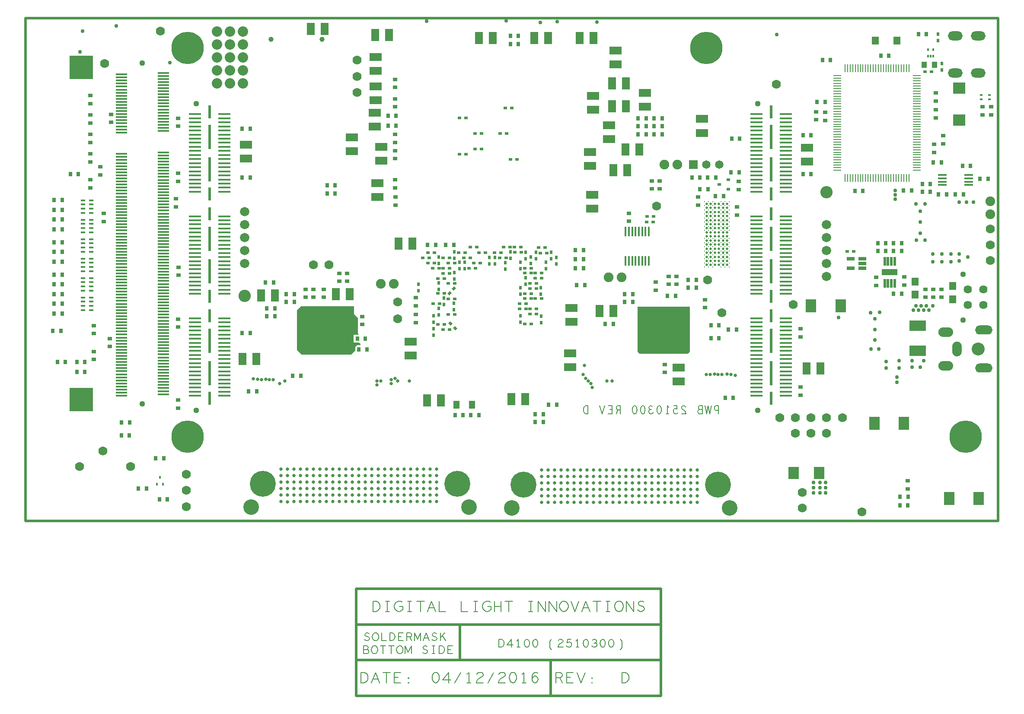
<source format=gbr>
G04 ================== begin FILE IDENTIFICATION RECORD ==================*
G04 Layout Name:  2510300_REV-D.brd*
G04 Film Name:    Mask_bot.gbr*
G04 File Format:  Gerber RS274X*
G04 File Origin:  Cadence Allegro 16.6-2015-S051*
G04 Origin Date:  Tue Apr 12 06:53:55 2016*
G04 *
G04 Layer:  VIA CLASS/SOLDERMASK_BOTTOM*
G04 Layer:  PIN/SOLDERMASK_BOTTOM*
G04 Layer:  PACKAGE GEOMETRY/SOLDERMASK_BOTTOM*
G04 Layer:  DRAWING FORMAT/TITLE_BLOCK*
G04 Layer:  BOARD GEOMETRY/SOLDERMASK_BOTTOM*
G04 *
G04 Offset:    (0.00 0.00)*
G04 Mirror:    No*
G04 Mode:      Positive*
G04 Rotation:  0*
G04 FullContactRelief:  No*
G04 UndefLineWidth:     0.00*
G04 ================== end FILE IDENTIFICATION RECORD ====================*
%FSLAX25Y25*MOIN*%
%IR0*IPPOS*OFA0.00000B0.00000*MIA0B0*SFA1.00000B1.00000*%
%ADD50R,.12X.05*%
%AMMACRO36*
21,1,.025,.02,0.0,0.0,135.*%
%ADD36MACRO36*%
%ADD59O,.114X.071*%
%ADD60O,.134X.07*%
%ADD57O,.074X.114*%
%ADD54O,.114X.074*%
%ADD45R,.083X.102*%
%ADD40C,.01*%
%ADD20R,.019X.104*%
%ADD15C,.03*%
%ADD52R,.128X.081*%
%ADD21R,.019X.19*%
%ADD26C,.025*%
%ADD11C,.07*%
%ADD23C,.08*%
%ADD17C,.044*%
%ADD29C,.072*%
%ADD62C,.064*%
%ADD42C,.065*%
%ADD32C,.075*%
%ADD31C,.039*%
%ADD28C,.095*%
%ADD39R,.065X.065*%
%ADD41C,.01969*%
%ADD13R,.032X.03*%
%ADD46R,.06X.03*%
%AMMACRO37*
21,1,.025,.02,0.0,0.0,45.*%
%ADD37MACRO37*%
%ADD33R,.02X.025*%
%ADD10R,.03X.032*%
%ADD61C,.1*%
%ADD56R,.04X.05*%
%ADD55R,.07X.012*%
%ADD34R,.025X.02*%
%ADD48R,.064X.01*%
%ADD25C,.2*%
%ADD18R,.017X.02*%
%ADD63R,.02X.018*%
%ADD47R,.01X.064*%
%ADD43R,.025X.022*%
%ADD24C,.12*%
%ADD12R,.18X.18*%
%ADD35R,.05X.063*%
%ADD53R,.055X.06*%
%ADD19C,.25*%
%ADD14R,.034X.018*%
%ADD49R,.055X.06*%
%ADD51R,.019X.07*%
%ADD22R,.092X.018*%
%ADD38R,.018X.075*%
%ADD16R,.086X.016*%
%ADD30R,.095X.063*%
%ADD27R,.063X.095*%
%ADD58R,.098X.09*%
%ADD44R,.083X.095*%
%ADD64C,.02*%
%ADD65C,.005*%
%ADD66C,.006*%
%ADD67C,.008*%
G75*
%LPD*%
G75*
G36*
G01X212400Y165700D02*
X209300Y162600D01*
Y131900D01*
X212900Y128300D01*
X251100D01*
X253600Y130800D01*
X254100D01*
Y134200D01*
X255400Y135400D01*
X258200D01*
Y136600D01*
X257200Y137600D01*
X252800D01*
Y143600D01*
X257200D01*
X256200Y144600D01*
Y156600D01*
X253200Y159600D01*
Y165700D01*
X212400D01*
G37*
G36*
G01X473400Y128800D02*
X510600D01*
X512200Y130400D01*
Y165200D01*
X471800D01*
Y130400D01*
X473400Y128800D01*
G37*
G54D10*
X20900Y146700D03*
X21900Y160000D03*
Y167500D03*
Y175000D03*
Y182500D03*
Y190000D03*
Y200000D03*
Y207500D03*
Y215000D03*
Y225000D03*
Y232500D03*
Y240000D03*
Y247500D03*
X39400Y122500D03*
Y115000D03*
X30600Y122500D03*
X24400D03*
X27100Y146700D03*
X28100Y160000D03*
Y167500D03*
Y175000D03*
Y182500D03*
Y190000D03*
Y200000D03*
Y207500D03*
Y215000D03*
Y225000D03*
Y232500D03*
Y240000D03*
Y247500D03*
X34400Y267500D03*
X45600Y122500D03*
Y115000D03*
X40600Y267500D03*
X73700Y65800D03*
X73900Y76000D03*
X87000Y25000D03*
X79900Y65800D03*
X80100Y76000D03*
X109300Y16400D03*
X103100D03*
X93200Y25000D03*
X106400Y48100D03*
X100200D03*
X171900Y100000D03*
X178100D03*
X166900Y145000D03*
X173100D03*
X166900Y265000D03*
X173100D03*
X166900Y302500D03*
X173100D03*
X192100Y158000D03*
X185900D03*
X192100Y164000D03*
X185900D03*
X191100Y184000D03*
X184900D03*
X205900Y112000D03*
X212100D03*
X200900Y175000D03*
X207100D03*
X200900Y169000D03*
X207100D03*
X232400Y252600D03*
Y258800D03*
X238600Y252600D03*
Y258800D03*
X255700Y140600D03*
X261900D03*
X256900Y132200D03*
X263100D03*
X279400Y312500D03*
Y305000D03*
X285600Y312500D03*
Y305000D03*
X309900Y213000D03*
X316100D03*
X331100Y81600D03*
X337300D03*
X323900Y213000D03*
X330100D03*
X349500Y81600D03*
X343300D03*
X380000Y367800D03*
X373800D03*
Y374300D03*
X380000D03*
X403300Y89500D03*
X399100Y76200D03*
X392900D03*
Y82200D03*
X399100D03*
X409500Y89500D03*
X423900Y195000D03*
X424900Y182000D03*
X423900Y202000D03*
Y209000D03*
X430100Y195000D03*
X431100Y182000D03*
X430100Y202000D03*
Y209000D03*
X453100Y152000D03*
X446900D03*
X468100Y169000D03*
X461900D03*
Y175000D03*
X468100D03*
X472300Y298100D03*
X478500D03*
X472300Y304400D03*
X478500D03*
X472300Y310700D03*
X478500D03*
X494900Y173500D03*
X490800Y298100D03*
X484600D03*
X490800Y310700D03*
X484600D03*
X490800Y304400D03*
X484600D03*
X501100Y173500D03*
X510900Y180000D03*
Y186000D03*
X528400Y141000D03*
Y151000D03*
X517100Y180000D03*
Y186000D03*
X525900Y265000D03*
X526100Y256000D03*
X519900D03*
X520000Y265000D03*
X513800D03*
X545600Y95000D03*
X539400D03*
X534600Y141000D03*
X548100Y147500D03*
X541900D03*
X534600Y151000D03*
X532100Y265000D03*
X538100Y250600D03*
X531900D03*
X543900Y269000D03*
X544400Y295000D03*
X550100Y269000D03*
X550600Y295000D03*
X599400Y267500D03*
Y297500D03*
X605600Y267500D03*
Y297500D03*
X610300Y323300D03*
X616500D03*
X614400Y355500D03*
X620600D03*
X645600Y254500D03*
X639400D03*
X669200Y175300D03*
X669300Y214300D03*
X657100Y208100D03*
X663300D03*
X669300D03*
X657100Y214300D03*
X663300D03*
X665600Y359000D03*
X659400D03*
X680400Y18400D03*
X674200D03*
X674100Y11800D03*
X680300D03*
X675400Y175300D03*
X675500Y214300D03*
Y208100D03*
X683100Y255000D03*
X676900D03*
X688400Y375500D03*
X697600Y254000D03*
X691400D03*
X697600Y260000D03*
X691400D03*
X703900Y252000D03*
X699900Y276500D03*
X706100D03*
X694600Y375500D03*
X710100Y252000D03*
X716900D03*
X723100D03*
X722400Y274000D03*
X735900Y264000D03*
X728600Y274000D03*
X742100Y264000D03*
G54D11*
X41500Y42000D03*
X59500Y53800D03*
X61000Y353000D03*
X80800Y42000D03*
X104000Y378000D03*
X124000Y11000D03*
Y23500D03*
Y36000D03*
X234000Y197500D03*
X222000D03*
X255600Y330500D03*
X255500Y343000D03*
Y355500D03*
X287000Y156000D03*
Y169000D03*
X486500Y243000D03*
X526000Y186000D03*
X537000Y160500D03*
X581500Y79500D03*
X579000Y337000D03*
X599000Y10000D03*
Y22000D03*
X593500Y67500D03*
Y79500D03*
X592000Y167000D03*
X605500Y67500D03*
X617500D03*
Y79500D03*
X605500D03*
X630000D03*
X644900Y7000D03*
X744000Y201000D03*
Y213000D03*
Y225100D03*
G54D20*
X141870Y94600D03*
Y158100D03*
Y173350D03*
Y236850D03*
Y252100D03*
Y315600D03*
X574870Y94600D03*
Y158100D03*
Y173350D03*
Y236850D03*
Y252100D03*
Y315600D03*
G54D30*
X170000Y279650D03*
Y290350D03*
X251500Y285250D03*
Y295950D03*
X271100Y249850D03*
Y260550D03*
X269100Y304050D03*
Y314750D03*
X270000Y335350D03*
Y324650D03*
Y357850D03*
Y347150D03*
X274200Y288550D03*
Y277850D03*
X297000Y127650D03*
Y138350D03*
X420000Y129350D03*
Y118650D03*
X421000Y164350D03*
Y153650D03*
X436900Y251450D03*
Y240750D03*
X435200Y284650D03*
Y273950D03*
X437500Y317150D03*
Y327850D03*
X450000Y305350D03*
Y294650D03*
X455000Y352150D03*
Y362850D03*
X477500Y319650D03*
Y330350D03*
X503600Y107650D03*
Y118350D03*
X521400Y299350D03*
Y310050D03*
X602500Y287850D03*
Y277150D03*
G54D12*
X42710Y93530D03*
Y349830D03*
G54D21*
X141870Y113850D03*
Y138850D03*
Y192600D03*
Y217600D03*
Y271350D03*
Y296350D03*
X574870Y113850D03*
Y138850D03*
Y192600D03*
Y217600D03*
Y271350D03*
Y296350D03*
G54D22*
X130590Y96425D03*
Y99575D03*
Y102725D03*
Y105875D03*
Y109025D03*
Y112175D03*
Y115325D03*
Y118475D03*
Y121625D03*
Y124775D03*
Y127925D03*
Y131075D03*
Y134225D03*
Y137375D03*
Y140525D03*
Y143675D03*
Y146825D03*
Y149975D03*
Y153125D03*
Y156275D03*
Y175175D03*
Y178325D03*
Y181475D03*
Y184625D03*
Y187775D03*
Y190925D03*
Y194075D03*
Y197225D03*
Y200375D03*
Y203525D03*
Y206675D03*
Y209825D03*
Y212975D03*
Y216125D03*
Y219275D03*
Y222425D03*
Y225575D03*
Y228725D03*
Y231875D03*
Y235025D03*
Y253925D03*
Y257075D03*
Y260225D03*
Y263375D03*
Y266525D03*
Y269675D03*
Y272825D03*
Y275975D03*
Y279125D03*
Y282275D03*
Y285425D03*
Y288575D03*
Y291725D03*
Y294875D03*
Y298025D03*
Y301175D03*
Y304325D03*
Y307475D03*
Y310625D03*
Y313775D03*
X153150Y96425D03*
Y99575D03*
Y102725D03*
Y105875D03*
Y109025D03*
Y112175D03*
Y115325D03*
Y118475D03*
Y121625D03*
Y124775D03*
Y127925D03*
Y131075D03*
Y134225D03*
Y137375D03*
Y140525D03*
Y143675D03*
Y146825D03*
Y149975D03*
Y153125D03*
Y156275D03*
Y175175D03*
Y178325D03*
Y181475D03*
Y184625D03*
Y187775D03*
Y190925D03*
Y194075D03*
Y197225D03*
Y200375D03*
Y203525D03*
Y206675D03*
Y209825D03*
Y212975D03*
Y216125D03*
Y219275D03*
Y222425D03*
Y225575D03*
Y228725D03*
Y231875D03*
Y235025D03*
Y253925D03*
Y257075D03*
Y260225D03*
Y263375D03*
Y266525D03*
Y269675D03*
Y272825D03*
Y275975D03*
Y279125D03*
Y282275D03*
Y285425D03*
Y288575D03*
Y291725D03*
Y294875D03*
Y298025D03*
Y301175D03*
Y304325D03*
Y307475D03*
Y310625D03*
Y313775D03*
X563590Y96425D03*
Y99575D03*
Y102725D03*
Y105875D03*
Y109025D03*
Y112175D03*
Y115325D03*
Y118475D03*
Y121625D03*
Y124775D03*
Y127925D03*
Y131075D03*
Y134225D03*
Y137375D03*
Y140525D03*
Y143675D03*
Y146825D03*
Y149975D03*
Y153125D03*
Y156275D03*
Y175175D03*
Y178325D03*
Y181475D03*
Y184625D03*
Y187775D03*
Y190925D03*
Y194075D03*
Y197225D03*
Y200375D03*
Y203525D03*
Y206675D03*
Y209825D03*
Y212975D03*
Y216125D03*
Y219275D03*
Y222425D03*
Y225575D03*
Y228725D03*
Y231875D03*
Y235025D03*
Y253925D03*
Y257075D03*
Y260225D03*
Y263375D03*
Y266525D03*
Y269675D03*
Y272825D03*
Y275975D03*
Y279125D03*
Y282275D03*
Y285425D03*
Y288575D03*
Y291725D03*
Y294875D03*
Y298025D03*
Y301175D03*
Y304325D03*
Y307475D03*
Y310625D03*
Y313775D03*
X586150Y96425D03*
Y99575D03*
Y102725D03*
Y105875D03*
Y109025D03*
Y112175D03*
Y115325D03*
Y118475D03*
Y121625D03*
Y124775D03*
Y127925D03*
Y131075D03*
Y134225D03*
Y137375D03*
Y140525D03*
Y143675D03*
Y146825D03*
Y149975D03*
Y153125D03*
Y156275D03*
Y175175D03*
Y178325D03*
Y181475D03*
Y184625D03*
Y187775D03*
Y190925D03*
Y194075D03*
Y197225D03*
Y200375D03*
Y203525D03*
Y206675D03*
Y209825D03*
Y212975D03*
Y216125D03*
Y219275D03*
Y222425D03*
Y225575D03*
Y228725D03*
Y231875D03*
Y235025D03*
Y253925D03*
Y257075D03*
Y260225D03*
Y263375D03*
Y266525D03*
Y269675D03*
Y272825D03*
Y275975D03*
Y279125D03*
Y282275D03*
Y285425D03*
Y288575D03*
Y291725D03*
Y294875D03*
Y298025D03*
Y301175D03*
Y304325D03*
Y307475D03*
Y310625D03*
Y313775D03*
G54D13*
X52500Y124400D03*
Y130600D03*
Y144400D03*
Y150600D03*
X50000Y263100D03*
Y256900D03*
Y283100D03*
Y276900D03*
Y298100D03*
Y291900D03*
Y313100D03*
Y306900D03*
Y321900D03*
Y328100D03*
X65000Y140600D03*
Y134400D03*
X60100Y231000D03*
Y237200D03*
X57500Y266900D03*
Y273100D03*
X65700Y313600D03*
Y307400D03*
X117500Y86900D03*
Y93100D03*
Y149400D03*
Y155600D03*
X117900Y195700D03*
Y189500D03*
X115800Y248400D03*
Y242200D03*
X117500Y261900D03*
Y268100D03*
Y310600D03*
Y304400D03*
X222000Y172400D03*
Y178600D03*
X230000Y172400D03*
Y178600D03*
X216000Y172400D03*
Y178600D03*
X241800Y184800D03*
Y191000D03*
X247800Y184800D03*
Y191000D03*
X259600Y151500D03*
Y157700D03*
X285100Y249900D03*
Y243700D03*
X285000Y256900D03*
Y263100D03*
Y279400D03*
Y291900D03*
Y298100D03*
Y285600D03*
Y319400D03*
Y334400D03*
Y325600D03*
Y340600D03*
X301000Y152900D03*
Y159100D03*
Y165900D03*
Y172100D03*
X465100Y231100D03*
Y237300D03*
X493000Y120600D03*
Y114400D03*
X486000Y177900D03*
Y184100D03*
X496000Y182400D03*
Y188600D03*
X488900Y262300D03*
Y256100D03*
X482800D03*
Y262300D03*
X502000Y182400D03*
Y188600D03*
X524000Y164400D03*
Y170600D03*
X518500Y249900D03*
Y243700D03*
X548500Y242100D03*
Y235900D03*
X550000Y261800D03*
Y255600D03*
X597500Y103100D03*
Y96900D03*
Y141900D03*
Y148100D03*
X609500Y309400D03*
Y315600D03*
X616500Y315100D03*
Y308900D03*
X656000Y181700D03*
Y187900D03*
X680200Y30800D03*
Y24600D03*
X677500Y188100D03*
Y181900D03*
X706300Y172400D03*
Y178600D03*
X700000Y172400D03*
Y178600D03*
X693900Y172400D03*
Y178600D03*
X700400Y284200D03*
Y290400D03*
X702000Y317100D03*
Y310900D03*
Y323900D03*
Y330100D03*
X707400Y297200D03*
Y291000D03*
X737900Y319400D03*
Y313200D03*
X744400Y319400D03*
Y313200D03*
G54D31*
X189315Y371700D03*
X228685D03*
G54D40*
X529809Y195762D03*
X526660D03*
X523510D03*
Y211510D03*
X526660D03*
Y214660D03*
X523510D03*
X526660Y208360D03*
X523510D03*
X526660Y202061D03*
X523510D03*
X526660Y205211D03*
Y198912D03*
X523510D03*
Y205211D03*
X529809Y211510D03*
Y202061D03*
Y198912D03*
Y205211D03*
Y208360D03*
Y214660D03*
X526660Y224191D03*
X523510Y227340D03*
X526660Y230490D03*
Y227340D03*
X523510Y230490D03*
Y224191D03*
X526660Y217809D03*
X523510D03*
X529809Y224191D03*
Y217809D03*
Y230490D03*
Y227340D03*
X523510Y236789D03*
X526660Y233640D03*
X523510Y239939D03*
X526660Y243088D03*
Y236789D03*
X523510Y243088D03*
X526660Y239939D03*
X523510Y233640D03*
Y246238D03*
X526660D03*
X529809D03*
Y239939D03*
Y233640D03*
Y236789D03*
Y243088D03*
X536191Y195762D03*
X542490D03*
X539340D03*
X542490Y205211D03*
Y202061D03*
X539340Y214660D03*
Y202061D03*
X542490Y211510D03*
Y208360D03*
Y214660D03*
X539340Y208360D03*
X542490Y198912D03*
X539340D03*
Y205211D03*
Y211510D03*
X536191D03*
Y202061D03*
Y198912D03*
Y205211D03*
Y208360D03*
Y214660D03*
Y217809D03*
Y224191D03*
X539340D03*
Y230490D03*
X542490Y227340D03*
Y217809D03*
Y230490D03*
X539340Y217809D03*
X542490Y224191D03*
X539340Y227340D03*
X536191Y230490D03*
Y227340D03*
Y246238D03*
X542490D03*
X539340Y236789D03*
Y246238D03*
Y239939D03*
Y243088D03*
Y233640D03*
X542490D03*
Y236789D03*
Y239939D03*
Y243088D03*
X536191Y239939D03*
Y233640D03*
Y236789D03*
Y243088D03*
G54D14*
X44200Y162700D03*
Y165900D03*
Y169100D03*
Y172300D03*
X50600Y162700D03*
Y165900D03*
Y169100D03*
Y172300D03*
X44200Y177700D03*
X50600D03*
X44200Y180900D03*
Y184100D03*
Y187300D03*
X50600Y180900D03*
Y184100D03*
Y187300D03*
X44200Y192700D03*
Y195900D03*
X50600Y192700D03*
Y195900D03*
X44200Y207700D03*
Y210900D03*
Y214100D03*
X50600Y207700D03*
Y210900D03*
Y214100D03*
X44200Y199100D03*
Y202300D03*
X50600Y199100D03*
Y202300D03*
X44200Y217300D03*
X50600D03*
X44200Y222700D03*
Y225900D03*
Y229100D03*
X50600Y222700D03*
Y225900D03*
Y229100D03*
X44200Y232300D03*
X50600D03*
X44200Y237700D03*
Y240900D03*
Y244100D03*
Y247300D03*
X50600Y237700D03*
Y240900D03*
Y244100D03*
Y247300D03*
G54D41*
X525126Y197378D03*
X528276D03*
X525126Y200528D03*
X528276D03*
X525126Y203677D03*
X528276D03*
X525126Y206827D03*
X528276D03*
X525126Y209976D03*
X528276D03*
X525126Y213126D03*
X528276D03*
X525126Y216276D03*
X528276D03*
X525126Y219425D03*
X528276D03*
X525126Y222575D03*
X528276D03*
X525126Y225724D03*
X528276D03*
X525126Y228874D03*
X528276D03*
X525126Y232024D03*
X528276D03*
X525126Y235173D03*
X528276D03*
X525126Y238323D03*
X528276D03*
X525126Y241472D03*
X528276D03*
X525126Y244622D03*
X528276D03*
X531425Y197378D03*
X534575D03*
X537724D03*
X540874D03*
X531425Y200528D03*
X534575D03*
X537724D03*
X540874D03*
X531425Y203677D03*
X534575D03*
X537724D03*
X540874D03*
X531425Y206827D03*
X534575D03*
X537724D03*
X540874D03*
X531425Y209976D03*
X534575D03*
X537724D03*
X540874D03*
X531425Y213126D03*
X534575D03*
X537724D03*
X540874D03*
X531425Y216276D03*
X534575D03*
X537724D03*
X540874D03*
X531425Y219425D03*
X534575D03*
X537724D03*
X540874D03*
X531425Y222575D03*
X534575D03*
X537724D03*
X540874D03*
X531425Y225724D03*
X534575D03*
X537724D03*
X540874D03*
X531425Y228874D03*
X534575D03*
X537724D03*
X540874D03*
X531425Y232024D03*
X534575D03*
X537724D03*
X540874D03*
X531425Y235173D03*
X534575D03*
X537724D03*
X540874D03*
X531425Y238323D03*
X534575D03*
X537724D03*
X540874D03*
X531425Y241472D03*
X534575D03*
X537724D03*
X540874D03*
X531425Y244622D03*
X534575D03*
X537724D03*
X540874D03*
G54D32*
X274000Y183000D03*
X284000D03*
X459500Y188000D03*
X449500D03*
X492500Y275000D03*
X502500D03*
X744000Y236400D03*
Y246400D03*
G54D23*
X147500Y337500D03*
Y357500D03*
Y347500D03*
Y367500D03*
Y377500D03*
X157500Y337500D03*
Y357500D03*
Y347500D03*
Y367500D03*
Y377500D03*
X167500Y337500D03*
Y357500D03*
Y347500D03*
Y367500D03*
Y377500D03*
G54D50*
X666300Y191800D03*
G54D51*
X662461Y183300D03*
X665020D03*
X667580D03*
X670139D03*
X662461Y200300D03*
X665020D03*
X667580D03*
X670139D03*
G54D24*
X174000Y10500D03*
X342000D03*
X375000Y10000D03*
X543000D03*
G54D33*
X314600Y143200D03*
X318600Y159000D03*
X314500Y153300D03*
Y158300D03*
X314600Y148200D03*
X302700Y177500D03*
X318500Y178700D03*
X318600Y164000D03*
X302700Y182500D03*
X318500Y183700D03*
X318600Y198400D03*
Y203400D03*
X322600Y172000D03*
Y167000D03*
X330200Y167800D03*
Y162800D03*
X330400Y186500D03*
Y191500D03*
X334400Y194400D03*
Y199400D03*
X330400Y202400D03*
Y207400D03*
X338400Y194400D03*
Y199400D03*
X369800Y194300D03*
X357500Y198200D03*
Y203200D03*
X361900Y198300D03*
Y203300D03*
X369800Y199300D03*
X381400Y153100D03*
Y158100D03*
X381600Y174800D03*
X381400Y194400D03*
X385400Y182600D03*
Y187600D03*
X381600Y179800D03*
X373700Y202400D03*
Y207400D03*
X385600Y207300D03*
Y202300D03*
X381400Y199400D03*
X389500Y198500D03*
Y203500D03*
X397400Y153000D03*
Y158000D03*
X397300Y174900D03*
X401200Y194600D03*
X397300Y179900D03*
X405300Y202200D03*
Y207200D03*
X393500Y202200D03*
Y207200D03*
X401200Y199600D03*
X409200Y203300D03*
Y198300D03*
X703500Y370500D03*
Y375500D03*
X706500Y353000D03*
Y348000D03*
G54D42*
X525000Y275000D03*
X535000D03*
G54D15*
X42000Y362000D03*
X44000Y378000D03*
X70000Y382000D03*
X111200Y353600D03*
X309100Y385400D03*
X370600Y386000D03*
X397000Y384500D03*
X409700Y385100D03*
X440500Y385000D03*
X579200Y375100D03*
X617000Y21500D03*
X607500D03*
X612500D03*
X617000Y25500D03*
Y29500D03*
X612500D03*
X607500D03*
X612500Y25500D03*
X607500D03*
X626900Y156800D03*
X652000Y132500D03*
X651500Y160500D03*
X672000Y107000D03*
Y111000D03*
X663500Y118000D03*
Y123000D03*
X658000Y132500D03*
X655000Y139500D03*
X658500Y161000D03*
X655000Y156000D03*
Y147500D03*
X670500Y248100D03*
Y255000D03*
Y251700D03*
X683500Y118500D03*
X673500Y118000D03*
Y123500D03*
X683500D03*
X688500Y162500D03*
X684500D03*
X686500Y166000D03*
X687000Y216500D03*
X686500Y244500D03*
X690000Y118500D03*
X692500Y123500D03*
X696500Y162500D03*
X692500D03*
X699500Y166000D03*
X694500D03*
X690500D03*
X706500Y206000D03*
Y200000D03*
X699500D03*
Y206000D03*
X693500Y216500D03*
X690000Y222000D03*
Y230500D03*
X693500Y244500D03*
X690000Y239000D03*
X720000Y206000D03*
Y200500D03*
X713500Y206000D03*
Y200000D03*
X720000Y246000D03*
X726500Y203500D03*
X731000Y246000D03*
X725500D03*
G54D60*
X738720Y117933D03*
Y147067D03*
G54D16*
X73820Y96490D03*
Y98850D03*
Y101210D03*
Y103580D03*
Y105940D03*
Y108300D03*
Y110660D03*
Y113020D03*
Y115390D03*
Y117750D03*
Y120110D03*
Y122470D03*
Y124830D03*
Y127200D03*
Y129560D03*
Y131920D03*
Y134280D03*
Y136650D03*
Y139010D03*
Y141370D03*
Y143730D03*
Y146090D03*
Y148460D03*
Y150820D03*
Y153180D03*
Y155540D03*
Y157910D03*
Y160270D03*
Y162630D03*
Y164990D03*
Y167350D03*
Y169720D03*
Y172080D03*
Y174440D03*
Y176800D03*
Y179170D03*
Y181530D03*
Y183890D03*
Y186250D03*
Y188610D03*
Y190980D03*
Y193340D03*
Y195700D03*
Y198060D03*
Y200430D03*
Y202790D03*
Y205150D03*
Y207510D03*
Y209870D03*
Y212240D03*
Y214600D03*
Y216960D03*
Y219320D03*
Y221690D03*
Y224050D03*
Y226410D03*
Y228770D03*
Y231130D03*
Y233500D03*
Y235860D03*
Y238220D03*
Y240580D03*
Y242950D03*
Y245310D03*
Y247670D03*
Y250030D03*
Y252390D03*
Y254760D03*
Y257120D03*
Y259480D03*
Y261840D03*
Y264210D03*
Y266570D03*
Y268930D03*
Y271290D03*
Y273650D03*
Y276020D03*
Y278380D03*
Y280740D03*
Y283100D03*
Y299640D03*
Y302000D03*
Y304360D03*
Y306720D03*
Y309090D03*
Y311450D03*
Y313810D03*
Y316170D03*
Y318540D03*
Y320900D03*
Y323260D03*
Y325620D03*
Y327980D03*
Y330350D03*
Y332710D03*
Y335070D03*
Y337430D03*
Y339800D03*
Y342160D03*
Y344520D03*
X106100Y97670D03*
Y100030D03*
Y102390D03*
Y104760D03*
Y107120D03*
Y109480D03*
Y111840D03*
Y114200D03*
Y116570D03*
Y118930D03*
Y121290D03*
Y123650D03*
Y126010D03*
Y128380D03*
Y130740D03*
Y133100D03*
Y135460D03*
Y137830D03*
Y140190D03*
Y142550D03*
Y144910D03*
Y147270D03*
Y149640D03*
Y152000D03*
Y154360D03*
Y156720D03*
Y159090D03*
Y161450D03*
Y163810D03*
Y166170D03*
Y168530D03*
Y170900D03*
Y173260D03*
Y175620D03*
Y177980D03*
Y180350D03*
Y182710D03*
Y185070D03*
Y187430D03*
Y189790D03*
Y192160D03*
Y194520D03*
Y196880D03*
Y199240D03*
Y201610D03*
Y203970D03*
Y206330D03*
Y208690D03*
Y211050D03*
Y213420D03*
Y215780D03*
Y218140D03*
Y220500D03*
Y222870D03*
Y225230D03*
Y227590D03*
Y229950D03*
Y232310D03*
Y234680D03*
Y237040D03*
Y239400D03*
Y241760D03*
Y244130D03*
Y246490D03*
Y248850D03*
Y251210D03*
Y253570D03*
Y255940D03*
Y258300D03*
Y260660D03*
Y263020D03*
Y265390D03*
Y267750D03*
Y270110D03*
Y272470D03*
Y274830D03*
Y277200D03*
Y279560D03*
Y281920D03*
Y284280D03*
Y300820D03*
Y303180D03*
Y305540D03*
Y307900D03*
Y310270D03*
Y312630D03*
Y314990D03*
Y317350D03*
Y319720D03*
Y322080D03*
Y324440D03*
Y326800D03*
Y329160D03*
Y331530D03*
Y333890D03*
Y336250D03*
Y338610D03*
Y340980D03*
Y343340D03*
Y345700D03*
G54D43*
X541700Y255750D03*
Y263250D03*
X534700Y259550D03*
G54D25*
X183000Y28500D03*
X333000D03*
X384000Y28000D03*
X534000D03*
G54D34*
X318000Y151600D03*
X317900Y175400D03*
X319100Y167500D03*
X314100D03*
X314000Y194900D03*
X319000D03*
X317900Y187000D03*
X310200Y198900D03*
X315200D03*
X306300Y202800D03*
X311300D03*
X310200Y206800D03*
X315200D03*
X330700Y159300D03*
X325700D03*
X323000Y151600D03*
X326800Y147600D03*
X321800D03*
X322900Y175400D03*
X326000Y171300D03*
X331000D03*
X322000Y194900D03*
X327000D03*
X322900Y187000D03*
X327000Y190900D03*
X322000D03*
X325900Y183100D03*
X330900D03*
X325900Y198900D03*
X330900D03*
X337800Y202800D03*
X322000Y202900D03*
X327000D03*
X333900Y206900D03*
X334500Y283000D03*
Y311000D03*
X346700Y194900D03*
X341700D03*
X354600Y206900D03*
X349600D03*
X345600Y198900D03*
X350600D03*
X348000Y211100D03*
X343000D03*
X342800Y202800D03*
X338900Y206900D03*
X339500Y283000D03*
X351500Y287000D03*
X346500D03*
X351500Y299000D03*
X346500D03*
X339500Y311000D03*
X368500Y211300D03*
X361400Y206800D03*
X366400D03*
X365400Y202800D03*
X370400D03*
X371000Y299000D03*
X366000D03*
X370000Y318500D03*
X388900Y159500D03*
X389900Y151800D03*
X384900D03*
X385900Y163500D03*
X380900D03*
X388800Y179200D03*
X390000Y175300D03*
X385000D03*
X388900Y163500D03*
X385900Y167500D03*
X380900D03*
X389800Y171400D03*
X384800D03*
X389900Y191100D03*
X384900D03*
X388900Y183100D03*
X389900Y195000D03*
X384900D03*
X373500Y211300D03*
X377200Y207200D03*
X382200D03*
X381800Y211300D03*
X376800D03*
X379000Y279000D03*
X374000D03*
X375000Y318500D03*
X393900Y159500D03*
X397800Y171400D03*
X392800D03*
X393800Y179200D03*
X393900Y163500D03*
X392900Y191100D03*
X397900D03*
X392900Y187100D03*
X397900D03*
X393900Y183100D03*
X396900Y206700D03*
X401900D03*
X400500Y211000D03*
X395500D03*
X484000Y230500D03*
X479000D03*
X479300Y234800D03*
X484300D03*
X633400Y207900D03*
X638400D03*
X693500Y346500D03*
X698500D03*
G54D61*
X734390Y132500D03*
G54D52*
X688000Y131350D03*
Y150650D03*
G54D44*
X592150Y37000D03*
X611850D03*
G54D53*
X686000Y174450D03*
Y184550D03*
X714800Y170950D03*
Y181050D03*
G54D35*
X332200Y89500D03*
X344200D03*
G54D62*
X726600Y166600D03*
Y178400D03*
X738400Y166600D03*
Y178400D03*
G54D17*
X89960Y90190D03*
Y353180D03*
X131370Y85150D03*
Y321900D03*
X564370Y85150D03*
Y321900D03*
X722900Y154800D03*
Y190200D03*
G54D26*
X178800Y109200D03*
X175600Y109600D03*
X196727Y14727D03*
Y19727D03*
Y34727D03*
Y39727D03*
Y29727D03*
Y24727D03*
X182000Y109000D03*
X191000D03*
X196000Y106000D03*
X185200Y109200D03*
X188000Y109000D03*
X201700Y14700D03*
X211727Y19727D03*
Y14727D03*
X206727Y19727D03*
X201727D03*
X206727Y14727D03*
X201727Y34727D03*
X211727D03*
X201727Y29727D03*
X206727Y34727D03*
Y24727D03*
Y39727D03*
X211727Y29727D03*
Y39727D03*
X201727D03*
X206727Y29727D03*
X211727Y24727D03*
X201727D03*
X200000Y108000D03*
X231727Y19727D03*
Y14727D03*
X221727D03*
Y19727D03*
X216727D03*
X226727D03*
Y14727D03*
X216727D03*
X226727Y24727D03*
X216727Y39727D03*
X226727Y34727D03*
Y39727D03*
X216727Y24727D03*
X231727Y34727D03*
Y29727D03*
X216727Y34727D03*
X221727D03*
Y29727D03*
X231727Y39727D03*
X221727D03*
X226727Y29727D03*
X216727D03*
X231727Y24727D03*
X221727D03*
X236727Y19727D03*
X246727D03*
Y14727D03*
X236727D03*
X241727D03*
Y19727D03*
X236727Y24727D03*
Y39727D03*
Y34727D03*
X241727D03*
Y29727D03*
Y39727D03*
X246727Y29727D03*
X236727D03*
X241727Y24727D03*
X246727D03*
Y39727D03*
Y34727D03*
X261727Y19727D03*
X266727D03*
X261727Y14727D03*
X251727D03*
Y19727D03*
X256727D03*
Y14727D03*
X266727D03*
X256727Y39727D03*
X261727Y34727D03*
X266727D03*
X256727D03*
Y24727D03*
X251727Y34727D03*
X266727Y24727D03*
Y39727D03*
X261727Y29727D03*
X251727D03*
X261727Y39727D03*
X251727D03*
X266727Y29727D03*
X256727D03*
X261727Y24727D03*
X251727D03*
X281727Y19727D03*
X276727D03*
X281727Y14727D03*
X271727D03*
Y19727D03*
X276727Y14727D03*
X281727Y29727D03*
Y34727D03*
X271727D03*
X276727Y39727D03*
Y24727D03*
X271727Y29727D03*
X276727Y34727D03*
X281727Y39727D03*
X271727D03*
X276727Y29727D03*
X281727Y24727D03*
X271727D03*
X282000Y109000D03*
Y106000D03*
X274000Y108000D03*
X271000D03*
Y105000D03*
X285000Y110000D03*
X291727Y14727D03*
Y19727D03*
X301727Y14727D03*
X286727Y19727D03*
X296727D03*
X301727D03*
X296727Y14727D03*
X286727D03*
X301727Y29727D03*
X286727Y39727D03*
Y24727D03*
X296727D03*
X301727Y34727D03*
X296727Y39727D03*
X286727Y34727D03*
X296727D03*
X291727Y29727D03*
Y34727D03*
X301727Y39727D03*
X291727D03*
X296727Y29727D03*
X286727D03*
X301727Y24727D03*
X291727D03*
X287000Y108000D03*
X296000D03*
X311727Y14727D03*
Y19727D03*
X316727D03*
X306727D03*
X316727Y14727D03*
X306727D03*
X311727Y34727D03*
X316727Y24727D03*
X306727Y34727D03*
X311727Y29727D03*
X306727Y39727D03*
Y24727D03*
X316727Y39727D03*
Y34727D03*
X311727Y39727D03*
X316727Y29727D03*
X306727D03*
X311727Y24727D03*
X397727Y19227D03*
X402727D03*
X407727D03*
X397727Y14227D03*
X407727D03*
X402750Y14200D03*
X397727Y34227D03*
X402727D03*
Y29227D03*
X397727Y39227D03*
Y24227D03*
X407727D03*
X397727Y29227D03*
X402727Y39227D03*
X407727Y29227D03*
X402727Y24227D03*
X407727Y39227D03*
Y34227D03*
X412727Y19227D03*
X422727D03*
X412727Y14227D03*
X417727Y19227D03*
Y14227D03*
X422727D03*
X412727Y29227D03*
X417727Y34227D03*
X422727Y29227D03*
X417727Y24227D03*
X422727Y39227D03*
X412727D03*
X417727Y29227D03*
X422727Y24227D03*
X412727D03*
X417727Y39227D03*
X422727Y34227D03*
X412727D03*
X432727Y14227D03*
Y19227D03*
X437727D03*
Y14227D03*
X427727D03*
Y19227D03*
X442727D03*
Y14227D03*
X437727Y34227D03*
Y39227D03*
X442727Y34227D03*
Y29227D03*
X432727Y34227D03*
X427727Y24227D03*
X437727D03*
X442727Y39227D03*
X432727D03*
X437727Y29227D03*
X427727D03*
X442727Y24227D03*
X432727D03*
X427727Y39227D03*
X432727Y29227D03*
X427727Y34227D03*
X436000Y106000D03*
X437000Y103000D03*
X434000Y108000D03*
X432000Y110000D03*
X431000Y120000D03*
X430000Y113000D03*
X457727Y19227D03*
Y14227D03*
X447727Y19227D03*
Y14227D03*
X452727Y19227D03*
Y14227D03*
Y29227D03*
Y39227D03*
X457727Y29227D03*
X447727D03*
X452727Y24227D03*
X457727Y34227D03*
Y24227D03*
X452727Y34227D03*
X457727Y39227D03*
X447727Y24227D03*
Y39227D03*
Y34227D03*
X448100Y108000D03*
X452100Y107800D03*
X462727Y19227D03*
Y14227D03*
X472727Y19227D03*
Y14227D03*
X477727D03*
X467727D03*
X477727Y19227D03*
X467727D03*
X472727Y29227D03*
X477727Y39227D03*
Y24227D03*
X467727D03*
Y34227D03*
X462727D03*
X472727Y39227D03*
X462727D03*
X477727Y29227D03*
X467727D03*
X472727Y24227D03*
X462727D03*
Y29227D03*
X477727Y34227D03*
X472727D03*
X467727Y39227D03*
X492727Y14227D03*
X482727Y19227D03*
X487727D03*
Y14227D03*
X492727Y19227D03*
X482727Y14227D03*
X487727Y24227D03*
Y34227D03*
X492727Y29227D03*
Y39227D03*
X482727D03*
X487727Y29227D03*
X492727Y24227D03*
X482727D03*
X487727Y39227D03*
X482727Y34227D03*
X492727D03*
X482727Y29227D03*
X512727Y19227D03*
X502727D03*
X497727D03*
X512727Y14227D03*
X507727D03*
X497727D03*
X502727D03*
X507727Y19227D03*
Y24227D03*
X497727D03*
X512727Y29227D03*
X507727Y39227D03*
X497727D03*
X507727Y34227D03*
X512727D03*
X497727D03*
X512727Y39227D03*
X502727D03*
X507727Y29227D03*
X497727D03*
X512727Y24227D03*
X502727D03*
Y29227D03*
Y34227D03*
X517727Y19227D03*
Y14227D03*
Y24227D03*
Y34227D03*
Y39227D03*
Y29227D03*
X525000Y113000D03*
X528000D03*
X544000D03*
X547200Y112200D03*
X531200Y113200D03*
X534000Y113000D03*
X540800Y113200D03*
X537000Y113000D03*
G54D27*
X167150Y125000D03*
X177850D03*
X181650Y174000D03*
X192350D03*
X230650Y379700D03*
X219950D03*
X239150Y174900D03*
X249850D03*
X269650Y375000D03*
X287650Y214000D03*
X280350Y375000D03*
X298350Y214000D03*
X320350Y93000D03*
X309650D03*
X349650Y372500D03*
X374650Y94000D03*
X360350Y372500D03*
X385350Y94000D03*
X392150Y372500D03*
X402850D03*
X427150D03*
X442650Y162000D03*
X437850Y372500D03*
X453350Y162000D03*
X463750Y270600D03*
X453050D03*
X462650Y286600D03*
X462850Y320000D03*
X452150D03*
X462850Y337500D03*
X452150D03*
X473350Y286600D03*
X602150Y117500D03*
X612850D03*
G54D63*
X736900Y325300D03*
Y328700D03*
X743100Y325300D03*
Y328700D03*
G54D18*
X103500Y33400D03*
X101300Y28200D03*
X105700D03*
X700000Y363600D03*
X696000D03*
Y358400D03*
X698000D03*
X700000D03*
G54D45*
X605600Y166000D03*
X628400D03*
X654400Y75200D03*
X677200D03*
X712100Y17100D03*
X734900D03*
G54D54*
X709587Y119508D03*
Y145492D03*
G54D36*
X327532Y152168D03*
X331068Y148632D03*
G54D64*
G01X0Y0D02*
X750000D01*
Y387800D01*
X0D01*
Y0D01*
G01X255000Y-52500D02*
X490000D01*
Y-135000D01*
X255000D01*
G01Y-52500D02*
Y-135000D01*
G01X490000Y-107500D02*
X255000D01*
G01Y-80000D02*
X490000D01*
G01X335000D02*
Y-107500D01*
G01X405000D02*
Y-135000D01*
G54D19*
X125000Y65000D03*
Y365000D03*
X525000D03*
X725000Y65000D03*
G54D55*
X706850Y259100D03*
Y261700D03*
Y264300D03*
Y266900D03*
X727150Y259100D03*
Y261700D03*
Y264300D03*
Y266900D03*
G54D37*
X326732Y175532D03*
X330268Y179068D03*
G54D46*
X636271Y194860D03*
Y202340D03*
X645129Y194860D03*
Y202340D03*
Y198600D03*
G54D28*
X168700Y173500D03*
X617500Y253500D03*
G54D65*
G01X534217Y82500D02*
Y88800D01*
X532337D01*
X531710Y88485D01*
X531240Y87750D01*
X531083Y86910D01*
X531240Y86070D01*
X531632Y85440D01*
X532337Y85125D01*
X534217D01*
G01X528700Y88800D02*
X527603Y82500D01*
X526350Y88800D01*
X525097Y82500D01*
X524000Y88800D01*
G01X519423Y85860D02*
X519110Y86175D01*
X518875Y86700D01*
X518718Y87435D01*
X518875Y88065D01*
X519188Y88485D01*
X519737Y88800D01*
X521852D01*
Y82500D01*
X519267D01*
X518718Y82920D01*
X518405Y83550D01*
X518248Y84285D01*
X518405Y85020D01*
X518875Y85650D01*
X519423Y85860D01*
X521852D01*
G01X508938Y87750D02*
X508468Y88380D01*
X507920Y88695D01*
X507293Y88800D01*
X506510Y88590D01*
X505962Y88065D01*
X505805Y87435D01*
X505883Y86805D01*
X506197Y86280D01*
X507763Y85230D01*
X508468Y84495D01*
X508938Y83445D01*
X509095Y82500D01*
X505805D01*
G01X502873Y83445D02*
X502403Y82920D01*
X501855Y82605D01*
X501150Y82500D01*
X500445Y82710D01*
X499897Y83130D01*
X499505Y83865D01*
X499427Y84705D01*
X499583Y85545D01*
X499975Y86070D01*
X500523Y86490D01*
X501072Y86595D01*
X501620Y86490D01*
X502325Y86070D01*
X502090Y88800D01*
X499975D01*
G01X494850Y82500D02*
Y88800D01*
X495790Y87540D01*
G01Y82500D02*
X493910D01*
G01X488550Y88800D02*
X489177Y88590D01*
X489647Y88065D01*
X489960Y87435D01*
X490195Y86595D01*
X490273Y85650D01*
X490195Y84705D01*
X489960Y83865D01*
X489647Y83235D01*
X489177Y82710D01*
X488550Y82500D01*
X487923Y82710D01*
X487453Y83235D01*
X487140Y83865D01*
X486905Y84705D01*
X486827Y85650D01*
X486905Y86595D01*
X487140Y87435D01*
X487453Y88065D01*
X487923Y88590D01*
X488550Y88800D01*
G01X483973Y83760D02*
X483503Y83025D01*
X482877Y82605D01*
X482172Y82500D01*
X481545Y82605D01*
X480918Y83130D01*
X480527Y83760D01*
X480448Y84390D01*
X480605Y85125D01*
X481153Y85650D01*
X481702Y85860D01*
X482407D01*
G01X481702D02*
X481232Y86175D01*
X480840Y86700D01*
X480683Y87330D01*
X480840Y87960D01*
X481232Y88485D01*
X481937Y88800D01*
X482642Y88695D01*
X483347Y88275D01*
G01X475950Y88800D02*
X476577Y88590D01*
X477047Y88065D01*
X477360Y87435D01*
X477595Y86595D01*
X477673Y85650D01*
X477595Y84705D01*
X477360Y83865D01*
X477047Y83235D01*
X476577Y82710D01*
X475950Y82500D01*
X475323Y82710D01*
X474853Y83235D01*
X474540Y83865D01*
X474305Y84705D01*
X474227Y85650D01*
X474305Y86595D01*
X474540Y87435D01*
X474853Y88065D01*
X475323Y88590D01*
X475950Y88800D01*
G01X469650D02*
X470277Y88590D01*
X470747Y88065D01*
X471060Y87435D01*
X471295Y86595D01*
X471373Y85650D01*
X471295Y84705D01*
X471060Y83865D01*
X470747Y83235D01*
X470277Y82710D01*
X469650Y82500D01*
X469023Y82710D01*
X468553Y83235D01*
X468240Y83865D01*
X468005Y84705D01*
X467927Y85650D01*
X468005Y86595D01*
X468240Y87435D01*
X468553Y88065D01*
X469023Y88590D01*
X469650Y88800D01*
G01X458617Y82500D02*
Y88800D01*
X456658D01*
X456032Y88485D01*
X455640Y88065D01*
X455483Y87225D01*
X455640Y86385D01*
X456110Y85860D01*
X456658Y85545D01*
X458617D01*
G01X456658D02*
X455483Y82500D01*
G01X449183D02*
X452317D01*
Y88800D01*
X449183D01*
G01X450437Y85755D02*
X452317D01*
G01X446408Y88800D02*
X444450Y82500D01*
X442492Y88800D01*
G01X433573Y82500D02*
Y88800D01*
X432007D01*
X431380Y88485D01*
X430910Y88065D01*
X430518Y87435D01*
X430205Y86700D01*
X430127Y85650D01*
X430205Y84600D01*
X430518Y83865D01*
X430910Y83235D01*
X431380Y82815D01*
X432007Y82500D01*
X433573D01*
G54D38*
X462640Y200700D03*
X465200D03*
X467760D03*
X470320D03*
X472880D03*
X475440D03*
Y223300D03*
X472880D03*
X470320D03*
X467760D03*
X465200D03*
X462640D03*
X478000Y200700D03*
X480560D03*
Y223300D03*
X478000D03*
G54D47*
X631894Y264630D03*
X633862D03*
Y349370D03*
X631894D03*
X635831Y264630D03*
X637799D03*
X639768D03*
X641736D03*
X643705D03*
X645673D03*
X647642D03*
X649610D03*
X651579D03*
Y349370D03*
X649610D03*
X647642D03*
X645673D03*
X643705D03*
X641736D03*
X639768D03*
X637799D03*
X635831D03*
X653547Y264630D03*
X655516D03*
X657484D03*
X659453D03*
X661421D03*
X663390D03*
X665358D03*
X667327D03*
X669295D03*
Y349370D03*
X667327D03*
X665358D03*
X663390D03*
X661421D03*
X659453D03*
X657484D03*
X655516D03*
X653547D03*
X671264Y264630D03*
X673232D03*
X675201D03*
X677169D03*
X679138D03*
X681106D03*
Y349370D03*
X679138D03*
X677169D03*
X675201D03*
X673232D03*
X671264D03*
G54D56*
X701000Y352000D03*
X693000D03*
G54D29*
X168700Y198500D03*
Y218500D03*
Y208500D03*
Y228500D03*
Y238500D03*
X617500Y188500D03*
Y198500D03*
Y208500D03*
Y218500D03*
Y228500D03*
G54D66*
G01X263233Y-99300D02*
X263600Y-99000D01*
X263875Y-98500D01*
X264058Y-97800D01*
X263875Y-97200D01*
X263508Y-96800D01*
X262867Y-96500D01*
X260392D01*
Y-102500D01*
X263417D01*
X264058Y-102100D01*
X264425Y-101500D01*
X264608Y-100800D01*
X264425Y-100100D01*
X263875Y-99500D01*
X263233Y-99300D01*
X260392D01*
G01X269000Y-102500D02*
X268267Y-102400D01*
X267625Y-102000D01*
X267075Y-101400D01*
X266708Y-100700D01*
X266525Y-99900D01*
Y-99100D01*
X266708Y-98300D01*
X267075Y-97600D01*
X267625Y-97000D01*
X268267Y-96600D01*
X269000Y-96500D01*
X269733Y-96600D01*
X270375Y-97000D01*
X270925Y-97600D01*
X271292Y-98300D01*
X271475Y-99100D01*
Y-99900D01*
X271292Y-100700D01*
X270925Y-101400D01*
X270375Y-102000D01*
X269733Y-102400D01*
X269000Y-102500D01*
G01X275500Y-96500D02*
Y-102500D01*
G01X273392Y-96500D02*
X277608D01*
G01X282000D02*
Y-102500D01*
G01X279892Y-96500D02*
X284108D01*
G01X288500Y-102500D02*
X287767Y-102400D01*
X287125Y-102000D01*
X286575Y-101400D01*
X286208Y-100700D01*
X286025Y-99900D01*
Y-99100D01*
X286208Y-98300D01*
X286575Y-97600D01*
X287125Y-97000D01*
X287767Y-96600D01*
X288500Y-96500D01*
X289233Y-96600D01*
X289875Y-97000D01*
X290425Y-97600D01*
X290792Y-98300D01*
X290975Y-99100D01*
Y-99900D01*
X290792Y-100700D01*
X290425Y-101400D01*
X289875Y-102000D01*
X289233Y-102400D01*
X288500Y-102500D01*
G01X292617D02*
Y-96500D01*
X295000Y-101500D01*
X297383Y-96500D01*
Y-102500D01*
G01X306075Y-101700D02*
X306808Y-102200D01*
X307633Y-102500D01*
X308367D01*
X309100Y-102200D01*
X309650Y-101700D01*
X309925Y-101000D01*
X309742Y-100300D01*
X309283Y-99700D01*
X308458Y-99300D01*
X307358Y-99100D01*
X306717Y-98700D01*
X306442Y-98000D01*
X306625Y-97300D01*
X307083Y-96800D01*
X307725Y-96500D01*
X308367D01*
X309008Y-96700D01*
X309558Y-97200D01*
G01X313400Y-96500D02*
X315600D01*
G01X314500D02*
Y-102500D01*
G01X313400D02*
X315600D01*
G01X318983D02*
Y-96500D01*
X320817D01*
X321550Y-96800D01*
X322100Y-97200D01*
X322558Y-97800D01*
X322925Y-98500D01*
X323017Y-99500D01*
X322925Y-100500D01*
X322558Y-101200D01*
X322100Y-101800D01*
X321550Y-102200D01*
X320817Y-102500D01*
X318983D01*
G01X329333D02*
X325667D01*
Y-96500D01*
X329333D01*
G01X327867Y-99400D02*
X325667D01*
G01X261325Y-91700D02*
X262058Y-92200D01*
X262883Y-92500D01*
X263617D01*
X264350Y-92200D01*
X264900Y-91700D01*
X265175Y-91000D01*
X264992Y-90300D01*
X264533Y-89700D01*
X263708Y-89300D01*
X262608Y-89100D01*
X261967Y-88700D01*
X261692Y-88000D01*
X261875Y-87300D01*
X262333Y-86800D01*
X262975Y-86500D01*
X263617D01*
X264258Y-86700D01*
X264808Y-87200D01*
G01X269750Y-92500D02*
X269017Y-92400D01*
X268375Y-92000D01*
X267825Y-91400D01*
X267458Y-90700D01*
X267275Y-89900D01*
Y-89100D01*
X267458Y-88300D01*
X267825Y-87600D01*
X268375Y-87000D01*
X269017Y-86600D01*
X269750Y-86500D01*
X270483Y-86600D01*
X271125Y-87000D01*
X271675Y-87600D01*
X272042Y-88300D01*
X272225Y-89100D01*
Y-89900D01*
X272042Y-90700D01*
X271675Y-91400D01*
X271125Y-92000D01*
X270483Y-92400D01*
X269750Y-92500D01*
G01X274417Y-86500D02*
Y-92500D01*
X278083D01*
G01X280733D02*
Y-86500D01*
X282567D01*
X283300Y-86800D01*
X283850Y-87200D01*
X284308Y-87800D01*
X284675Y-88500D01*
X284767Y-89500D01*
X284675Y-90500D01*
X284308Y-91200D01*
X283850Y-91800D01*
X283300Y-92200D01*
X282567Y-92500D01*
X280733D01*
G01X291083D02*
X287417D01*
Y-86500D01*
X291083D01*
G01X289617Y-89400D02*
X287417D01*
G01X293917Y-92500D02*
Y-86500D01*
X296208D01*
X296942Y-86800D01*
X297400Y-87200D01*
X297583Y-88000D01*
X297400Y-88800D01*
X296850Y-89300D01*
X296208Y-89600D01*
X293917D01*
G01X296208D02*
X297583Y-92500D01*
G01X299867D02*
Y-86500D01*
X302250Y-91500D01*
X304633Y-86500D01*
Y-92500D01*
G01X306458D02*
X308750Y-86500D01*
X311042Y-92500D01*
G01X310217Y-90400D02*
X307283D01*
G01X313325Y-91700D02*
X314058Y-92200D01*
X314883Y-92500D01*
X315617D01*
X316350Y-92200D01*
X316900Y-91700D01*
X317175Y-91000D01*
X316992Y-90300D01*
X316533Y-89700D01*
X315708Y-89300D01*
X314608Y-89100D01*
X313967Y-88700D01*
X313692Y-88000D01*
X313875Y-87300D01*
X314333Y-86800D01*
X314975Y-86500D01*
X315617D01*
X316258Y-86700D01*
X316808Y-87200D01*
G01X319733Y-92500D02*
Y-86500D01*
G01X323217D02*
X319733Y-90200D01*
G01X323767Y-92500D02*
X321292Y-88500D01*
G01X364983Y-97500D02*
Y-91500D01*
X366817D01*
X367550Y-91800D01*
X368100Y-92200D01*
X368558Y-92800D01*
X368925Y-93500D01*
X369017Y-94500D01*
X368925Y-95500D01*
X368558Y-96200D01*
X368100Y-96800D01*
X367550Y-97200D01*
X366817Y-97500D01*
X364983D01*
G01X374600D02*
Y-91500D01*
X371208Y-95800D01*
X375792D01*
G01X380000Y-97500D02*
Y-91500D01*
X378900Y-92700D01*
G01Y-97500D02*
X381100D01*
G01X386500Y-91500D02*
X385767Y-91700D01*
X385217Y-92200D01*
X384850Y-92800D01*
X384575Y-93600D01*
X384483Y-94500D01*
X384575Y-95400D01*
X384850Y-96200D01*
X385217Y-96800D01*
X385767Y-97300D01*
X386500Y-97500D01*
X387233Y-97300D01*
X387783Y-96800D01*
X388150Y-96200D01*
X388425Y-95400D01*
X388517Y-94500D01*
X388425Y-93600D01*
X388150Y-92800D01*
X387783Y-92200D01*
X387233Y-91700D01*
X386500Y-91500D01*
G01X393000D02*
X392267Y-91700D01*
X391717Y-92200D01*
X391350Y-92800D01*
X391075Y-93600D01*
X390983Y-94500D01*
X391075Y-95400D01*
X391350Y-96200D01*
X391717Y-96800D01*
X392267Y-97300D01*
X393000Y-97500D01*
X393733Y-97300D01*
X394283Y-96800D01*
X394650Y-96200D01*
X394925Y-95400D01*
X395017Y-94500D01*
X394925Y-93600D01*
X394650Y-92800D01*
X394283Y-92200D01*
X393733Y-91700D01*
X393000Y-91500D01*
G01X405542Y-99500D02*
X404625Y-98500D01*
X404167Y-97500D01*
Y-93500D01*
X404625Y-92500D01*
X405542Y-91500D01*
G01X410758Y-92500D02*
X411308Y-91900D01*
X411950Y-91600D01*
X412683Y-91500D01*
X413600Y-91700D01*
X414242Y-92200D01*
X414425Y-92800D01*
X414333Y-93400D01*
X413967Y-93900D01*
X412133Y-94900D01*
X411308Y-95600D01*
X410758Y-96600D01*
X410575Y-97500D01*
X414425D01*
G01X416983Y-96600D02*
X417533Y-97100D01*
X418175Y-97400D01*
X419000Y-97500D01*
X419825Y-97300D01*
X420467Y-96900D01*
X420925Y-96200D01*
X421017Y-95400D01*
X420833Y-94600D01*
X420375Y-94100D01*
X419733Y-93700D01*
X419092Y-93600D01*
X418450Y-93700D01*
X417625Y-94100D01*
X417900Y-91500D01*
X420375D01*
G01X425500Y-97500D02*
Y-91500D01*
X424400Y-92700D01*
G01Y-97500D02*
X426600D01*
G01X432000Y-91500D02*
X431267Y-91700D01*
X430717Y-92200D01*
X430350Y-92800D01*
X430075Y-93600D01*
X429983Y-94500D01*
X430075Y-95400D01*
X430350Y-96200D01*
X430717Y-96800D01*
X431267Y-97300D01*
X432000Y-97500D01*
X432733Y-97300D01*
X433283Y-96800D01*
X433650Y-96200D01*
X433925Y-95400D01*
X434017Y-94500D01*
X433925Y-93600D01*
X433650Y-92800D01*
X433283Y-92200D01*
X432733Y-91700D01*
X432000Y-91500D01*
G01X436483Y-96300D02*
X437033Y-97000D01*
X437767Y-97400D01*
X438592Y-97500D01*
X439325Y-97400D01*
X440058Y-96900D01*
X440517Y-96300D01*
X440608Y-95700D01*
X440425Y-95000D01*
X439783Y-94500D01*
X439142Y-94300D01*
X438317D01*
G01X439142D02*
X439692Y-94000D01*
X440150Y-93500D01*
X440333Y-92900D01*
X440150Y-92300D01*
X439692Y-91800D01*
X438867Y-91500D01*
X438042Y-91600D01*
X437217Y-92000D01*
G01X445000Y-91500D02*
X444267Y-91700D01*
X443717Y-92200D01*
X443350Y-92800D01*
X443075Y-93600D01*
X442983Y-94500D01*
X443075Y-95400D01*
X443350Y-96200D01*
X443717Y-96800D01*
X444267Y-97300D01*
X445000Y-97500D01*
X445733Y-97300D01*
X446283Y-96800D01*
X446650Y-96200D01*
X446925Y-95400D01*
X447017Y-94500D01*
X446925Y-93600D01*
X446650Y-92800D01*
X446283Y-92200D01*
X445733Y-91700D01*
X445000Y-91500D01*
G01X451500D02*
X450767Y-91700D01*
X450217Y-92200D01*
X449850Y-92800D01*
X449575Y-93600D01*
X449483Y-94500D01*
X449575Y-95400D01*
X449850Y-96200D01*
X450217Y-96800D01*
X450767Y-97300D01*
X451500Y-97500D01*
X452233Y-97300D01*
X452783Y-96800D01*
X453150Y-96200D01*
X453425Y-95400D01*
X453517Y-94500D01*
X453425Y-93600D01*
X453150Y-92800D01*
X452783Y-92200D01*
X452233Y-91700D01*
X451500Y-91500D01*
G01X458458Y-99500D02*
X459375Y-98500D01*
X459833Y-97500D01*
Y-93500D01*
X459375Y-92500D01*
X458458Y-91500D01*
G54D48*
X625941Y284362D03*
Y282394D03*
Y280425D03*
Y278457D03*
Y276488D03*
Y274520D03*
Y272551D03*
Y270583D03*
Y300110D03*
Y298142D03*
Y296173D03*
Y294205D03*
Y292236D03*
Y290268D03*
Y288299D03*
Y286331D03*
Y317827D03*
Y315858D03*
Y313890D03*
Y311921D03*
Y309953D03*
Y307984D03*
Y306016D03*
Y304047D03*
Y302079D03*
Y335543D03*
Y333575D03*
Y331606D03*
Y329638D03*
Y327669D03*
Y325701D03*
Y323732D03*
Y321764D03*
Y319795D03*
Y343417D03*
Y341449D03*
Y339480D03*
Y337512D03*
X687059Y270583D03*
Y272551D03*
Y274520D03*
Y276488D03*
Y278457D03*
Y280425D03*
Y282394D03*
Y284362D03*
Y286331D03*
Y288299D03*
Y290268D03*
Y292236D03*
Y294205D03*
Y296173D03*
Y298142D03*
Y300110D03*
Y302079D03*
Y304047D03*
Y306016D03*
Y307984D03*
Y309953D03*
Y311921D03*
Y313890D03*
Y315858D03*
Y317827D03*
Y319795D03*
Y321764D03*
Y323732D03*
Y325701D03*
Y327669D03*
Y329638D03*
Y331606D03*
Y333575D03*
Y335543D03*
Y337512D03*
Y339480D03*
Y341449D03*
Y343417D03*
G54D39*
X515000Y275000D03*
G54D57*
X718248Y132500D03*
G54D67*
G01X258500Y-125000D02*
Y-117000D01*
X261000D01*
X262000Y-117400D01*
X262750Y-117933D01*
X263375Y-118733D01*
X263875Y-119667D01*
X264000Y-121000D01*
X263875Y-122333D01*
X263375Y-123267D01*
X262750Y-124067D01*
X262000Y-124600D01*
X261000Y-125000D01*
X258500D01*
G01X266625D02*
X269750Y-117000D01*
X272875Y-125000D01*
G01X271750Y-122200D02*
X267750D01*
G01X278250Y-117000D02*
Y-125000D01*
G01X275375Y-117000D02*
X281125D01*
G01X289250Y-125000D02*
X284250D01*
Y-117000D01*
X289250D01*
G01X287250Y-120867D02*
X284250D01*
G01X295250Y-125267D02*
X295000Y-125133D01*
Y-124867D01*
X295250Y-124733D01*
X295500Y-124867D01*
Y-125133D01*
X295250Y-125267D01*
G01Y-121667D02*
X295000Y-121533D01*
Y-121267D01*
X295250Y-121133D01*
X295500Y-121267D01*
Y-121533D01*
X295250Y-121667D01*
G01X267750Y-70000D02*
Y-62000D01*
X270250D01*
X271250Y-62400D01*
X272000Y-62933D01*
X272625Y-63733D01*
X273125Y-64667D01*
X273250Y-66000D01*
X273125Y-67333D01*
X272625Y-68267D01*
X272000Y-69067D01*
X271250Y-69600D01*
X270250Y-70000D01*
X267750D01*
G01X277500Y-62000D02*
X280500D01*
G01X279000D02*
Y-70000D01*
G01X277500D02*
X280500D01*
G01X288250Y-66000D02*
X290750D01*
Y-68400D01*
X290000Y-69200D01*
X289125Y-69733D01*
X287875Y-70000D01*
X286625Y-69733D01*
X285750Y-69200D01*
X285000Y-68400D01*
X284500Y-67467D01*
X284250Y-66400D01*
Y-65467D01*
X284500Y-64667D01*
X285000Y-63733D01*
X285750Y-62933D01*
X286500Y-62400D01*
X287500Y-62000D01*
X288375D01*
X289375Y-62267D01*
X290125Y-62800D01*
G01X294500Y-62000D02*
X297500D01*
G01X296000D02*
Y-70000D01*
G01X294500D02*
X297500D01*
G01X304500Y-62000D02*
Y-70000D01*
G01X301625Y-62000D02*
X307375D01*
G01X309875Y-70000D02*
X313000Y-62000D01*
X316125Y-70000D01*
G01X315000Y-67200D02*
X311000D01*
G01X319000Y-62000D02*
Y-70000D01*
X324000D01*
G01X336000Y-62000D02*
Y-70000D01*
X341000D01*
G01X345500Y-62000D02*
X348500D01*
G01X347000D02*
Y-70000D01*
G01X345500D02*
X348500D01*
G01X356250Y-66000D02*
X358750D01*
Y-68400D01*
X358000Y-69200D01*
X357125Y-69733D01*
X355875Y-70000D01*
X354625Y-69733D01*
X353750Y-69200D01*
X353000Y-68400D01*
X352500Y-67467D01*
X352250Y-66400D01*
Y-65467D01*
X352500Y-64667D01*
X353000Y-63733D01*
X353750Y-62933D01*
X354500Y-62400D01*
X355500Y-62000D01*
X356375D01*
X357375Y-62267D01*
X358125Y-62800D01*
G01X361375Y-70000D02*
Y-62000D01*
G01X366625D02*
Y-70000D01*
G01Y-66000D02*
X361375D01*
G01X372500Y-62000D02*
Y-70000D01*
G01X369625Y-62000D02*
X375375D01*
G01X388000D02*
X391000D01*
G01X389500D02*
Y-70000D01*
G01X388000D02*
X391000D01*
G01X395125D02*
Y-62000D01*
X400875Y-70000D01*
Y-62000D01*
G01X403625Y-70000D02*
Y-62000D01*
X409375Y-70000D01*
Y-62000D01*
G01X415000Y-70000D02*
X414000Y-69867D01*
X413125Y-69333D01*
X412375Y-68533D01*
X411875Y-67600D01*
X411625Y-66533D01*
Y-65467D01*
X411875Y-64400D01*
X412375Y-63467D01*
X413125Y-62667D01*
X414000Y-62133D01*
X415000Y-62000D01*
X416000Y-62133D01*
X416875Y-62667D01*
X417625Y-63467D01*
X418125Y-64400D01*
X418375Y-65467D01*
Y-66533D01*
X418125Y-67600D01*
X417625Y-68533D01*
X416875Y-69333D01*
X416000Y-69867D01*
X415000Y-70000D01*
G01X420375Y-62000D02*
X423500Y-70000D01*
X426625Y-62000D01*
G01X428875Y-70000D02*
X432000Y-62000D01*
X435125Y-70000D01*
G01X434000Y-67200D02*
X430000D01*
G01X440500Y-62000D02*
Y-70000D01*
G01X437625Y-62000D02*
X443375D01*
G01X447500D02*
X450500D01*
G01X449000D02*
Y-70000D01*
G01X447500D02*
X450500D01*
G01X457500D02*
X456500Y-69867D01*
X455625Y-69333D01*
X454875Y-68533D01*
X454375Y-67600D01*
X454125Y-66533D01*
Y-65467D01*
X454375Y-64400D01*
X454875Y-63467D01*
X455625Y-62667D01*
X456500Y-62133D01*
X457500Y-62000D01*
X458500Y-62133D01*
X459375Y-62667D01*
X460125Y-63467D01*
X460625Y-64400D01*
X460875Y-65467D01*
Y-66533D01*
X460625Y-67600D01*
X460125Y-68533D01*
X459375Y-69333D01*
X458500Y-69867D01*
X457500Y-70000D01*
G01X463125D02*
Y-62000D01*
X468875Y-70000D01*
Y-62000D01*
G01X471875Y-68934D02*
X472875Y-69600D01*
X474000Y-70000D01*
X475000D01*
X476000Y-69600D01*
X476750Y-68934D01*
X477125Y-68000D01*
X476875Y-67067D01*
X476250Y-66267D01*
X475125Y-65733D01*
X473625Y-65467D01*
X472750Y-64933D01*
X472375Y-64000D01*
X472625Y-63067D01*
X473250Y-62400D01*
X474125Y-62000D01*
X475000D01*
X475875Y-62267D01*
X476625Y-62933D01*
G01X316250Y-117000D02*
X315250Y-117267D01*
X314500Y-117933D01*
X314000Y-118733D01*
X313625Y-119800D01*
X313500Y-121000D01*
X313625Y-122200D01*
X314000Y-123267D01*
X314500Y-124067D01*
X315250Y-124733D01*
X316250Y-125000D01*
X317250Y-124733D01*
X318000Y-124067D01*
X318500Y-123267D01*
X318875Y-122200D01*
X319000Y-121000D01*
X318875Y-119800D01*
X318500Y-118733D01*
X318000Y-117933D01*
X317250Y-117267D01*
X316250Y-117000D01*
G01X326250Y-125000D02*
Y-117000D01*
X321625Y-122733D01*
X327875D01*
G01X331000Y-125267D02*
X335500Y-117000D01*
G01X341750Y-125000D02*
Y-117000D01*
X340250Y-118600D01*
G01Y-125000D02*
X343250D01*
G01X347875Y-118333D02*
X348625Y-117533D01*
X349500Y-117133D01*
X350500Y-117000D01*
X351750Y-117267D01*
X352625Y-117933D01*
X352875Y-118733D01*
X352750Y-119534D01*
X352250Y-120200D01*
X349750Y-121533D01*
X348625Y-122467D01*
X347875Y-123800D01*
X347625Y-125000D01*
X352875D01*
G01X356500Y-125267D02*
X361000Y-117000D01*
G01X364875Y-118333D02*
X365625Y-117533D01*
X366500Y-117133D01*
X367500Y-117000D01*
X368750Y-117267D01*
X369625Y-117933D01*
X369875Y-118733D01*
X369750Y-119534D01*
X369250Y-120200D01*
X366750Y-121533D01*
X365625Y-122467D01*
X364875Y-123800D01*
X364625Y-125000D01*
X369875D01*
G01X375750Y-117000D02*
X374750Y-117267D01*
X374000Y-117933D01*
X373500Y-118733D01*
X373125Y-119800D01*
X373000Y-121000D01*
X373125Y-122200D01*
X373500Y-123267D01*
X374000Y-124067D01*
X374750Y-124733D01*
X375750Y-125000D01*
X376750Y-124733D01*
X377500Y-124067D01*
X378000Y-123267D01*
X378375Y-122200D01*
X378500Y-121000D01*
X378375Y-119800D01*
X378000Y-118733D01*
X377500Y-117933D01*
X376750Y-117267D01*
X375750Y-117000D01*
G01X384250Y-125000D02*
Y-117000D01*
X382750Y-118600D01*
G01Y-125000D02*
X385750D01*
G01X390375Y-121667D02*
X391250Y-120733D01*
X392000Y-120200D01*
X393000Y-119933D01*
X393875Y-120200D01*
X394500Y-120733D01*
X395000Y-121533D01*
X395125Y-122467D01*
X395000Y-123267D01*
X394500Y-124067D01*
X393750Y-124733D01*
X392875Y-125000D01*
X391875Y-124733D01*
X391000Y-123934D01*
X390500Y-122733D01*
X390375Y-121400D01*
X390625Y-119667D01*
X391000Y-118733D01*
X391625Y-117800D01*
X392500Y-117133D01*
X393375Y-117000D01*
X394250Y-117267D01*
X394875Y-117933D01*
G01X408750Y-125000D02*
Y-117000D01*
X411875D01*
X412875Y-117400D01*
X413500Y-117933D01*
X413750Y-119000D01*
X413500Y-120067D01*
X412750Y-120733D01*
X411875Y-121133D01*
X408750D01*
G01X411875D02*
X413750Y-125000D01*
G01X422250D02*
X417250D01*
Y-117000D01*
X422250D01*
G01X420250Y-120867D02*
X417250D01*
G01X425125Y-117000D02*
X428250Y-125000D01*
X431375Y-117000D01*
G01X436750Y-125267D02*
X436500Y-125133D01*
Y-124867D01*
X436750Y-124733D01*
X437000Y-124867D01*
Y-125133D01*
X436750Y-125267D01*
G01Y-121667D02*
X436500Y-121533D01*
Y-121267D01*
X436750Y-121133D01*
X437000Y-121267D01*
Y-121533D01*
X436750Y-121667D01*
G01X459750Y-125000D02*
Y-117000D01*
X462250D01*
X463250Y-117400D01*
X464000Y-117933D01*
X464625Y-118733D01*
X465125Y-119667D01*
X465250Y-121000D01*
X465125Y-122333D01*
X464625Y-123267D01*
X464000Y-124067D01*
X463250Y-124600D01*
X462250Y-125000D01*
X459750D01*
G54D58*
X720000Y309098D03*
Y333902D03*
G54D49*
X655114Y370500D03*
X671886D03*
G54D59*
X716736Y345630D03*
Y374370D03*
X734452Y345630D03*
Y374370D03*
M02*

</source>
